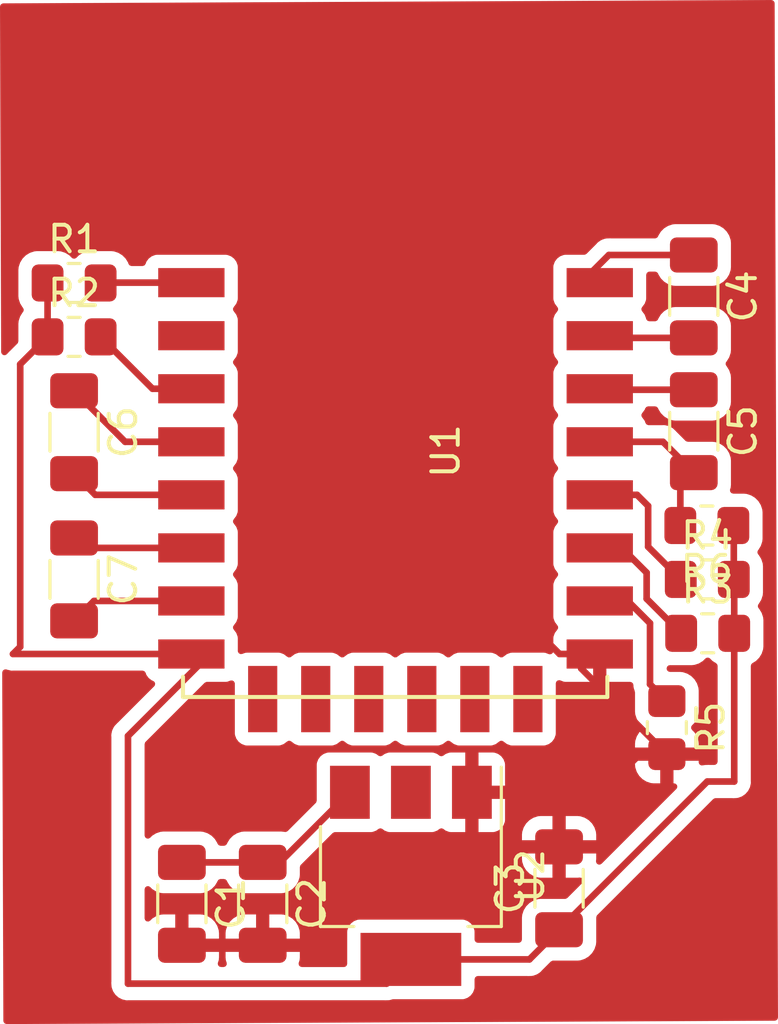
<source format=kicad_pcb>
(kicad_pcb (version 20221018) (generator pcbnew)
  (layers (0 "F.Cu" signal) (31 "B.Cu" signal) (34 "B.Paste" user) (35 "F.Paste" user) (36 "B.SilkS" user "B.Silkscreen") (37 "F.SilkS" user "F.Silkscreen") (38 "B.Mask" user) (39 "F.Mask" user) (44 "Edge.Cuts" user))
  (net 0 "")
  (net 1 "Net-(U2-VI)")
  (net 2 "Net-(U1-VCC)")
  (net 3 "Net-(U1-TXD)")
  (net 4 "Net-(U1-RXD)")
  (net 5 "Net-(U1-GPIO5)")
  (net 6 "Net-(U1-GPIO4)")
  (net 7 "Net-(U1-GPIO16)")
  (net 8 "Net-(U1-GPIO14)")
  (net 9 "Net-(U1-GPIO12)")
  (net 10 "Net-(U1-GPIO13)")
  (net 11 "Net-(U1-REST)")
  (net 12 "Net-(U1-CH_PD)")
  (net 13 "Net-(U1-GPIO2)")
  (net 14 "Net-(U1-GPIO0)")
  (net 15 "Net-(U1-GPIO15)")
  (net 23 "GND")
  (footprint "Capacitor_SMD:C_1206_3216Metric_Pad1.33x1.80mm_HandSolder" (layer "F.Cu") (at 159.512 104.6095 90)
    (fp_text reference "C3" (at 0 -1.85 90) (layer "F.SilkS"))
    (fp_text value "C")
    (fp_line (start -0.711252 -0.91) (end 0.711252 -0.91) (stroke (width 0.12)) (layer "F.SilkS"))
    (fp_line (start -0.711252 0.91) (end 0.711252 0.91) (stroke (width 0.12)) (layer "F.SilkS"))
    (pad "1" smd roundrect (at -1.5625 0 90) (size 1.325 1.8) (layers "F.Cu" "F.Paste" "F.Mask") (roundrect_rratio 0.188679) (net 2 "Net-(U1-VCC)"))
    (pad "2" smd roundrect (at 1.5625 0 90) (size 1.325 1.8) (layers "F.Cu" "F.Paste" "F.Mask") (roundrect_rratio 0.188679) (net 23 "GND"))
  )
  (footprint "Capacitor_SMD:C_1206_3216Metric_Pad1.33x1.80mm_HandSolder" (layer "F.Cu") (at 164.592 87.376 -90)
    (fp_text reference "C5" (at 0 -1.85 90) (layer "F.SilkS"))
    (fp_text value "C")
    (fp_line (start -0.711252 -0.91) (end 0.711252 -0.91) (stroke (width 0.12)) (layer "F.SilkS"))
    (fp_line (start -0.711252 0.91) (end 0.711252 0.91) (stroke (width 0.12)) (layer "F.SilkS"))
    (pad "1" smd roundrect (at -1.5625 0 270) (size 1.325 1.8) (layers "F.Cu" "F.Paste" "F.Mask") (roundrect_rratio 0.188679) (net 5 "Net-(U1-GPIO5)"))
    (pad "2" smd roundrect (at 1.5625 0 270) (size 1.325 1.8) (layers "F.Cu" "F.Paste" "F.Mask") (roundrect_rratio 0.188679) (net 6 "Net-(U1-GPIO4)"))
  )
  (footprint "Resistor_SMD:R_0805_2012Metric_Pad1.20x1.40mm_HandSolder" (layer "F.Cu") (at 165.1 92.964)
    (fp_text reference "R4" (at 0 -1.65) (layer "F.SilkS"))
    (fp_text value "R")
    (fp_line (start -0.227064 -0.735) (end 0.227064 -0.735) (stroke (width 0.12)) (layer "F.SilkS"))
    (fp_line (start -0.227064 0.735) (end 0.227064 0.735) (stroke (width 0.12)) (layer "F.SilkS"))
    (pad "1" smd roundrect (at -1 0) (size 1.2 1.4) (layers "F.Cu" "F.Paste" "F.Mask") (roundrect_rratio 0.208333) (net 14 "Net-(U1-GPIO0)"))
    (pad "2" smd roundrect (at 1 0) (size 1.2 1.4) (layers "F.Cu" "F.Paste" "F.Mask") (roundrect_rratio 0.208333) (net 2 "Net-(U1-VCC)"))
  )
  (footprint "Capacitor_SMD:C_1206_3216Metric_Pad1.33x1.80mm_HandSolder" (layer "F.Cu") (at 164.592 82.296 -90)
    (fp_text reference "C4" (at 0 -1.85 90) (layer "F.SilkS"))
    (fp_text value "C")
    (fp_line (start -0.711252 -0.91) (end 0.711252 -0.91) (stroke (width 0.12)) (layer "F.SilkS"))
    (fp_line (start -0.711252 0.91) (end 0.711252 0.91) (stroke (width 0.12)) (layer "F.SilkS"))
    (pad "1" smd roundrect (at -1.5625 0 270) (size 1.325 1.8) (layers "F.Cu" "F.Paste" "F.Mask") (roundrect_rratio 0.188679) (net 3 "Net-(U1-TXD)"))
    (pad "2" smd roundrect (at 1.5625 0 270) (size 1.325 1.8) (layers "F.Cu" "F.Paste" "F.Mask") (roundrect_rratio 0.188679) (net 4 "Net-(U1-RXD)"))
  )
  (footprint "ESP8266:ESP-12E_SMD" (layer "F.Cu") (at 146.346 81.776)
    (fp_text reference "U1" (at 8.89 6.35 90) (layer "F.SilkS"))
    (fp_text value "ESP-12F" hide)
    (fp_line (start -1.016 14.859) (end -1.016 15.621) (stroke (width 0.1524)) (layer "F.SilkS"))
    (fp_line (start -1.016 15.621) (end 14.986 15.621) (stroke (width 0.1524)) (layer "F.SilkS"))
    (fp_line (start 14.986 15.621) (end 14.986 14.859) (stroke (width 0.1524)) (layer "F.SilkS"))
    (pad "1" smd rect (at 0 0) (size 2.5 1.1) (drill (offset -0.7 0)) (layers "F.Cu" "F.Paste" "F.Mask") (net 11 "Net-(U1-REST)"))
    (pad "2" smd rect (at 0 2) (size 2.5 1.1) (drill (offset -0.7 0)) (layers "F.Cu" "F.Paste" "F.Mask"))
    (pad "3" smd rect (at 0 4) (size 2.5 1.1) (drill (offset -0.7 0)) (layers "F.Cu" "F.Paste" "F.Mask") (net 12 "Net-(U1-CH_PD)"))
    (pad "4" smd rect (at 0 6) (size 2.5 1.1) (drill (offset -0.7 0)) (layers "F.Cu" "F.Paste" "F.Mask") (net 7 "Net-(U1-GPIO16)"))
    (pad "5" smd rect (at 0 8) (size 2.5 1.1) (drill (offset -0.7 0)) (layers "F.Cu" "F.Paste" "F.Mask") (net 8 "Net-(U1-GPIO14)"))
    (pad "6" smd rect (at 0 10) (size 2.5 1.1) (drill (offset -0.7 0)) (layers "F.Cu" "F.Paste" "F.Mask") (net 9 "Net-(U1-GPIO12)"))
    (pad "7" smd rect (at 0 12) (size 2.5 1.1) (drill (offset -0.7 0)) (layers "F.Cu" "F.Paste" "F.Mask") (net 10 "Net-(U1-GPIO13)"))
    (pad "8" smd rect (at 0 14) (size 2.5 1.1) (drill (offset -0.7 0)) (layers "F.Cu" "F.Paste" "F.Mask") (net 2 "Net-(U1-VCC)"))
    (pad "9" smd rect (at 14 14) (size 2.5 1.1) (drill (offset 0.7 0)) (layers "F.Cu" "F.Paste" "F.Mask") (net 23 "GND"))
    (pad "10" smd rect (at 14 12) (size 2.5 1.1) (drill (offset 0.7 0)) (layers "F.Cu" "F.Paste" "F.Mask") (net 15 "Net-(U1-GPIO15)"))
    (pad "11" smd rect (at 14 10) (size 2.5 1.1) (drill (offset 0.7 0)) (layers "F.Cu" "F.Paste" "F.Mask") (net 13 "Net-(U1-GPIO2)"))
    (pad "12" smd rect (at 14 8) (size 2.5 1.1) (drill (offset 0.7 0)) (layers "F.Cu" "F.Paste" "F.Mask") (net 14 "Net-(U1-GPIO0)"))
    (pad "13" smd rect (at 14 6) (size 2.5 1.1) (drill (offset 0.7 0)) (layers "F.Cu" "F.Paste" "F.Mask") (net 6 "Net-(U1-GPIO4)"))
    (pad "14" smd rect (at 14 4) (size 2.5 1.1) (drill (offset 0.7 0)) (layers "F.Cu" "F.Paste" "F.Mask") (net 5 "Net-(U1-GPIO5)"))
    (pad "15" smd rect (at 14 2) (size 2.5 1.1) (drill (offset 0.7 0)) (layers "F.Cu" "F.Paste" "F.Mask") (net 4 "Net-(U1-RXD)"))
    (pad "16" smd rect (at 14 0) (size 2.5 1.1) (drill (offset 0.7 0)) (layers "F.Cu" "F.Paste" "F.Mask") (net 3 "Net-(U1-TXD)"))
    (pad "17" smd rect (at 1.99 15 90) (size 2.5 1.1) (drill (offset -0.7 0)) (layers "F.Cu" "F.Paste" "F.Mask"))
    (pad "18" smd rect (at 3.99 15 90) (size 2.5 1.1) (drill (offset -0.7 0)) (layers "F.Cu" "F.Paste" "F.Mask"))
    (pad "19" smd rect (at 5.99 15 90) (size 2.5 1.1) (drill (offset -0.7 0)) (layers "F.Cu" "F.Paste" "F.Mask"))
    (pad "20" smd rect (at 7.99 15 90) (size 2.5 1.1) (drill (offset -0.7 0)) (layers "F.Cu" "F.Paste" "F.Mask"))
    (pad "21" smd rect (at 9.99 15 90) (size 2.5 1.1) (drill (offset -0.7 0)) (layers "F.Cu" "F.Paste" "F.Mask"))
    (pad "22" smd rect (at 11.99 15 90) (size 2.5 1.1) (drill (offset -0.7 0)) (layers "F.Cu" "F.Paste" "F.Mask"))
  )
  (footprint "Resistor_SMD:R_0805_2012Metric_Pad1.20x1.40mm_HandSolder" (layer "F.Cu") (at 141.224 83.82)
    (fp_text reference "R2" (at 0 -1.65) (layer "F.SilkS"))
    (fp_text value "R")
    (fp_line (start -0.227064 -0.735) (end 0.227064 -0.735) (stroke (width 0.12)) (layer "F.SilkS"))
    (fp_line (start -0.227064 0.735) (end 0.227064 0.735) (stroke (width 0.12)) (layer "F.SilkS"))
    (pad "1" smd roundrect (at -1 0) (size 1.2 1.4) (layers "F.Cu" "F.Paste" "F.Mask") (roundrect_rratio 0.208333) (net 2 "Net-(U1-VCC)"))
    (pad "2" smd roundrect (at 1 0) (size 1.2 1.4) (layers "F.Cu" "F.Paste" "F.Mask") (roundrect_rratio 0.208333) (net 12 "Net-(U1-CH_PD)"))
  )
  (footprint "Capacitor_SMD:C_1206_3216Metric_Pad1.33x1.80mm_HandSolder" (layer "F.Cu") (at 145.288 105.1945 -90)
    (fp_text reference "C1" (at 0 -1.85 90) (layer "F.SilkS"))
    (fp_text value "C")
    (fp_line (start -0.711252 -0.91) (end 0.711252 -0.91) (stroke (width 0.12)) (layer "F.SilkS"))
    (fp_line (start -0.711252 0.91) (end 0.711252 0.91) (stroke (width 0.12)) (layer "F.SilkS"))
    (pad "1" smd roundrect (at -1.5625 0 270) (size 1.325 1.8) (layers "F.Cu" "F.Paste" "F.Mask") (roundrect_rratio 0.188679) (net 1 "Net-(U2-VI)"))
    (pad "2" smd roundrect (at 1.5625 0 270) (size 1.325 1.8) (layers "F.Cu" "F.Paste" "F.Mask") (roundrect_rratio 0.188679) (net 23 "GND"))
  )
  (footprint "Resistor_SMD:R_0805_2012Metric_Pad1.20x1.40mm_HandSolder" (layer "F.Cu") (at 165.084 90.932 180)
    (fp_text reference "R6" (at 0 -1.65) (layer "F.SilkS"))
    (fp_text value "R")
    (fp_line (start -0.227064 -0.735) (end 0.227064 -0.735) (stroke (width 0.12)) (layer "F.SilkS"))
    (fp_line (start -0.227064 0.735) (end 0.227064 0.735) (stroke (width 0.12)) (layer "F.SilkS"))
    (pad "1" smd roundrect (at -1 0 180) (size 1.2 1.4) (layers "F.Cu" "F.Paste" "F.Mask") (roundrect_rratio 0.208333) (net 2 "Net-(U1-VCC)"))
    (pad "2" smd roundrect (at 1 0 180) (size 1.2 1.4) (layers "F.Cu" "F.Paste" "F.Mask") (roundrect_rratio 0.208333) (net 6 "Net-(U1-GPIO4)"))
  )
  (footprint "Resistor_SMD:R_0805_2012Metric_Pad1.20x1.40mm_HandSolder" (layer "F.Cu") (at 165.116 94.996)
    (fp_text reference "R3" (at 0 -1.65) (layer "F.SilkS"))
    (fp_text value "R")
    (fp_line (start -0.227064 -0.735) (end 0.227064 -0.735) (stroke (width 0.12)) (layer "F.SilkS"))
    (fp_line (start -0.227064 0.735) (end 0.227064 0.735) (stroke (width 0.12)) (layer "F.SilkS"))
    (pad "1" smd roundrect (at -1 0) (size 1.2 1.4) (layers "F.Cu" "F.Paste" "F.Mask") (roundrect_rratio 0.208333) (net 13 "Net-(U1-GPIO2)"))
    (pad "2" smd roundrect (at 1 0) (size 1.2 1.4) (layers "F.Cu" "F.Paste" "F.Mask") (roundrect_rratio 0.208333) (net 2 "Net-(U1-VCC)"))
  )
  (footprint "Resistor_SMD:R_0805_2012Metric_Pad1.20x1.40mm_HandSolder" (layer "F.Cu") (at 163.576 98.552 -90)
    (fp_text reference "R5" (at 0 -1.65 90) (layer "F.SilkS"))
    (fp_text value "R")
    (fp_line (start -0.227064 -0.735) (end 0.227064 -0.735) (stroke (width 0.12)) (layer "F.SilkS"))
    (fp_line (start -0.227064 0.735) (end 0.227064 0.735) (stroke (width 0.12)) (layer "F.SilkS"))
    (pad "1" smd roundrect (at -1 0 270) (size 1.2 1.4) (layers "F.Cu" "F.Paste" "F.Mask") (roundrect_rratio 0.208333) (net 15 "Net-(U1-GPIO15)"))
    (pad "2" smd roundrect (at 1 0 270) (size 1.2 1.4) (layers "F.Cu" "F.Paste" "F.Mask") (roundrect_rratio 0.208333) (net 23 "GND"))
  )
  (footprint "Package_TO_SOT_SMD:SOT-223-3_TabPin2" (layer "F.Cu") (at 153.924 104.14 -90)
    (fp_text reference "U2" (at 0 -4.5 90) (layer "F.SilkS"))
    (fp_text value "AMS1117-3.3")
    (fp_line (start -4.1 -3.41) (end 1.91 -3.41) (stroke (width 0.12)) (layer "F.SilkS"))
    (fp_line (start -1.85 3.41) (end 1.91 3.41) (stroke (width 0.12)) (layer "F.SilkS"))
    (fp_line (start 1.91 -3.41) (end 1.91 -2.15) (stroke (width 0.12)) (layer "F.SilkS"))
    (fp_line (start 1.91 3.41) (end 1.91 2.15) (stroke (width 0.12)) (layer "F.SilkS"))
    (pad "1" smd rect (at -3.15 -2.3 270) (size 2 1.5) (layers "F.Cu" "F.Paste" "F.Mask") (net 23 "GND"))
    (pad "2" smd rect (at -3.15 0 270) (size 2 1.5) (layers "F.Cu" "F.Paste" "F.Mask") (net 2 "Net-(U1-VCC)"))
    (pad "2" smd rect (at 3.15 0 270) (size 2 3.8) (layers "F.Cu" "F.Paste" "F.Mask") (net 2 "Net-(U1-VCC)"))
    (pad "3" smd rect (at -3.15 2.3 270) (size 2 1.5) (layers "F.Cu" "F.Paste" "F.Mask") (net 1 "Net-(U2-VI)"))
  )
  (footprint "Capacitor_SMD:C_1206_3216Metric_Pad1.33x1.80mm_HandSolder" (layer "F.Cu") (at 141.224 87.4145 -90)
    (fp_text reference "C6" (at 0 -1.85 90) (layer "F.SilkS"))
    (fp_text value "C")
    (fp_line (start -0.711252 -0.91) (end 0.711252 -0.91) (stroke (width 0.12)) (layer "F.SilkS"))
    (fp_line (start -0.711252 0.91) (end 0.711252 0.91) (stroke (width 0.12)) (layer "F.SilkS"))
    (pad "1" smd roundrect (at -1.5625 0 270) (size 1.325 1.8) (layers "F.Cu" "F.Paste" "F.Mask") (roundrect_rratio 0.188679) (net 7 "Net-(U1-GPIO16)"))
    (pad "2" smd roundrect (at 1.5625 0 270) (size 1.325 1.8) (layers "F.Cu" "F.Paste" "F.Mask") (roundrect_rratio 0.188679) (net 8 "Net-(U1-GPIO14)"))
  )
  (footprint "Resistor_SMD:R_0805_2012Metric_Pad1.20x1.40mm_HandSolder" (layer "F.Cu") (at 141.224 81.788)
    (fp_text reference "R1" (at 0 -1.65) (layer "F.SilkS"))
    (fp_text value "R")
    (fp_line (start -0.227064 -0.735) (end 0.227064 -0.735) (stroke (width 0.12)) (layer "F.SilkS"))
    (fp_line (start -0.227064 0.735) (end 0.227064 0.735) (stroke (width 0.12)) (layer "F.SilkS"))
    (pad "1" smd roundrect (at -1 0) (size 1.2 1.4) (layers "F.Cu" "F.Paste" "F.Mask") (roundrect_rratio 0.208333) (net 2 "Net-(U1-VCC)"))
    (pad "2" smd roundrect (at 1 0) (size 1.2 1.4) (layers "F.Cu" "F.Paste" "F.Mask") (roundrect_rratio 0.208333) (net 11 "Net-(U1-REST)"))
  )
  (footprint "Capacitor_SMD:C_1206_3216Metric_Pad1.33x1.80mm_HandSolder" (layer "F.Cu") (at 141.224 92.964 -90)
    (fp_text reference "C7" (at 0 -1.85 90) (layer "F.SilkS"))
    (fp_text value "C")
    (fp_line (start -0.711252 -0.91) (end 0.711252 -0.91) (stroke (width 0.12)) (layer "F.SilkS"))
    (fp_line (start -0.711252 0.91) (end 0.711252 0.91) (stroke (width 0.12)) (layer "F.SilkS"))
    (pad "1" smd roundrect (at -1.5625 0 270) (size 1.325 1.8) (layers "F.Cu" "F.Paste" "F.Mask") (roundrect_rratio 0.188679) (net 9 "Net-(U1-GPIO12)"))
    (pad "2" smd roundrect (at 1.5625 0 270) (size 1.325 1.8) (layers "F.Cu" "F.Paste" "F.Mask") (roundrect_rratio 0.188679) (net 10 "Net-(U1-GPIO13)"))
  )
  (footprint "Capacitor_SMD:C_1206_3216Metric_Pad1.33x1.80mm_HandSolder" (layer "F.Cu") (at 148.336 105.1945 -90)
    (fp_text reference "C2" (at 0 -1.85 90) (layer "F.SilkS"))
    (fp_text value "C")
    (fp_line (start -0.711252 -0.91) (end 0.711252 -0.91) (stroke (width 0.12)) (layer "F.SilkS"))
    (fp_line (start -0.711252 0.91) (end 0.711252 0.91) (stroke (width 0.12)) (layer "F.SilkS"))
    (pad "1" smd roundrect (at -1.5625 0 270) (size 1.325 1.8) (layers "F.Cu" "F.Paste" "F.Mask") (roundrect_rratio 0.188679) (net 1 "Net-(U2-VI)"))
    (pad "2" smd roundrect (at 1.5625 0 270) (size 1.325 1.8) (layers "F.Cu" "F.Paste" "F.Mask") (roundrect_rratio 0.188679) (net 23 "GND"))
  )
  (segment (start 148.336 103.632) (end 148.982 103.632) (width 0.25) (layer "F.Cu") (net 1))
  (segment (start 148.336 103.632) (end 145.288 103.632) (width 0.25) (layer "F.Cu") (net 1))
  (segment (start 148.982 103.632) (end 151.624 100.99) (width 0.25) (layer "F.Cu") (net 1))
  (segment (start 166.116 92.98) (end 166.1 92.964) (width 0.25) (layer "F.Cu") (net 2))
  (segment (start 165.1 100.584) (end 166.116 100.584) (width 0.25) (layer "F.Cu") (net 2))
  (segment (start 139.192 95.504) (end 139.192 84.852) (width 0.25) (layer "F.Cu") (net 2))
  (segment (start 153.924 107.29) (end 153.01 108.204) (width 0.25) (layer "F.Cu") (net 2))
  (segment (start 138.92 95.776) (end 139.192 95.504) (width 0.25) (layer "F.Cu") (net 2))
  (segment (start 153.01 108.204) (end 143.256 108.204) (width 0.25) (layer "F.Cu") (net 2))
  (segment (start 139.192 84.852) (end 140.224 83.82) (width 0.25) (layer "F.Cu") (net 2))
  (segment (start 159.512 106.172) (end 158.394 107.29) (width 0.25) (layer "F.Cu") (net 2))
  (segment (start 166.1 90.948) (end 166.084 90.932) (width 0.25) (layer "F.Cu") (net 2))
  (segment (start 158.394 107.29) (end 153.924 107.29) (width 0.25) (layer "F.Cu") (net 2))
  (segment (start 166.116 94.996) (end 166.116 100.584) (width 0.25) (layer "F.Cu") (net 2))
  (segment (start 166.116 94.996) (end 166.116 92.98) (width 0.25) (layer "F.Cu") (net 2))
  (segment (start 166.1 92.964) (end 166.1 90.948) (width 0.25) (layer "F.Cu") (net 2))
  (segment (start 140.224 83.82) (end 140.224 81.788) (width 0.25) (layer "F.Cu") (net 2))
  (segment (start 146.346 95.776) (end 138.92 95.776) (width 0.25) (layer "F.Cu") (net 2))
  (segment (start 143.256 108.204) (end 143.256 98.866) (width 0.25) (layer "F.Cu") (net 2))
  (segment (start 143.256 98.866) (end 146.346 95.776) (width 0.25) (layer "F.Cu") (net 2))
  (segment (start 159.512 106.172) (end 165.1 100.584) (width 0.25) (layer "F.Cu") (net 2))
  (segment (start 161.3885 80.7335) (end 160.346 81.776) (width 0.25) (layer "F.Cu") (net 3))
  (segment (start 164.592 80.7335) (end 161.3885 80.7335) (width 0.25) (layer "F.Cu") (net 3))
  (segment (start 160.4285 83.8585) (end 160.346 83.776) (width 0.25) (layer "F.Cu") (net 4))
  (segment (start 164.592 83.8585) (end 160.4285 83.8585) (width 0.25) (layer "F.Cu") (net 4))
  (segment (start 164.592 85.8135) (end 160.3835 85.8135) (width 0.25) (layer "F.Cu") (net 5))
  (segment (start 160.3835 85.8135) (end 160.346 85.776) (width 0.25) (layer "F.Cu") (net 5))
  (segment (start 164.084 90.932) (end 164.084 89.4465) (width 0.25) (layer "F.Cu") (net 6))
  (segment (start 163.4295 87.776) (end 160.346 87.776) (width 0.25) (layer "F.Cu") (net 6))
  (segment (start 164.5985 88.932) (end 164.592 88.9385) (width 0.25) (layer "F.Cu") (net 6))
  (segment (start 164.592 88.9385) (end 163.4295 87.776) (width 0.25) (layer "F.Cu") (net 6))
  (segment (start 164.084 89.4465) (end 164.592 88.9385) (width 0.25) (layer "F.Cu") (net 6))
  (segment (start 143.148 87.776) (end 141.224 85.852) (width 0.25) (layer "F.Cu") (net 7))
  (segment (start 146.346 87.776) (end 143.148 87.776) (width 0.25) (layer "F.Cu") (net 7))
  (segment (start 146.346 89.776) (end 142.023 89.776) (width 0.25) (layer "F.Cu") (net 8))
  (segment (start 142.023 89.776) (end 141.224 88.977) (width 0.25) (layer "F.Cu") (net 8))
  (segment (start 141.5985 91.776) (end 141.224 91.4015) (width 0.25) (layer "F.Cu") (net 9))
  (segment (start 146.346 91.776) (end 141.5985 91.776) (width 0.25) (layer "F.Cu") (net 9))
  (segment (start 146.346 93.776) (end 141.9745 93.776) (width 0.25) (layer "F.Cu") (net 10))
  (segment (start 141.9745 93.776) (end 141.224 94.5265) (width 0.25) (layer "F.Cu") (net 10))
  (segment (start 146.346 81.776) (end 142.236 81.776) (width 0.25) (layer "F.Cu") (net 11))
  (segment (start 142.236 81.776) (end 142.224 81.788) (width 0.25) (layer "F.Cu") (net 11))
  (segment (start 144.18 85.776) (end 142.224 83.82) (width 0.25) (layer "F.Cu") (net 12))
  (segment (start 146.346 85.776) (end 144.18 85.776) (width 0.25) (layer "F.Cu") (net 12))
  (segment (start 161.88 91.776) (end 160.346 91.776) (width 0.25) (layer "F.Cu") (net 13))
  (segment (start 162.814 93.694) (end 162.814 92.71) (width 0.25) (layer "F.Cu") (net 13))
  (segment (start 164.116 94.996) (end 162.814 93.694) (width 0.25) (layer "F.Cu") (net 13))
  (segment (start 162.814 92.71) (end 161.88 91.776) (width 0.25) (layer "F.Cu") (net 13))
  (segment (start 164.1 92.964) (end 162.87 91.734) (width 0.25) (layer "F.Cu") (net 14))
  (segment (start 162.87 91.734) (end 162.87 90.194) (width 0.25) (layer "F.Cu") (net 14))
  (segment (start 162.87 90.194) (end 162.452 89.776) (width 0.25) (layer "F.Cu") (net 14))
  (segment (start 162.452 89.776) (end 160.346 89.776) (width 0.25) (layer "F.Cu") (net 14))
  (segment (start 162.102 93.776) (end 160.346 93.776) (width 0.25) (layer "F.Cu") (net 15))
  (segment (start 162.941 94.615) (end 162.102 93.776) (width 0.25) (layer "F.Cu") (net 15))
  (segment (start 163.576 97.552) (end 162.941 96.917) (width 0.25) (layer "F.Cu") (net 15))
  (segment (start 162.941 96.917) (end 162.941 94.615) (width 0.25) (layer "F.Cu") (net 15))
  (segment (start 148.336 106.757) (end 145.288 106.757) (width 0.25) (layer "F.Cu") (net 23))
  (segment (start 160.346 96.322) (end 160.346 95.776) (width 0.25) (layer "F.Cu") (net 23))
  (segment (start 160.684 101.428) (end 159.512 101.428) (width 0.25) (layer "F.Cu") (net 23))
  (segment (start 150.368 106.757) (end 150.368 104.14) (width 0.25) (layer "F.Cu") (net 23))
  (segment (start 148.336 106.757) (end 150.368 106.757) (width 0.25) (layer "F.Cu") (net 23))
  (segment (start 150.368 104.14) (end 155.448 104.14) (width 0.25) (layer "F.Cu") (net 23))
  (segment (start 156.224 103.364) (end 156.224 100.99) (width 0.25) (layer "F.Cu") (net 23))
  (segment (start 162.56 99.552) (end 160.684 101.428) (width 0.25) (layer "F.Cu") (net 23))
  (segment (start 155.448 104.14) (end 156.224 103.364) (width 0.25) (layer "F.Cu") (net 23))
  (segment (start 159.512 103.047) (end 159.512 101.428) (width 0.25) (layer "F.Cu") (net 23))
  (segment (start 163.576 99.552) (end 160.346 96.322) (width 0.25) (layer "F.Cu") (net 23))
  (segment (start 163.576 99.552) (end 162.56 99.552) (width 0.25) (layer "F.Cu") (net 23))
  (segment (start 159.53 95.776) (end 158.369 94.615) (width 0.25) (layer "F.Cu") (net 23))
  (segment (start 159.512 101.428) (end 159.074 100.99) (width 0.25) (layer "F.Cu") (net 23))
  (segment (start 160.346 95.776) (end 159.53 95.776) (width 0.25) (layer "F.Cu") (net 23))
  (segment (start 156.224 100.99) (end 159.074 100.99) (width 0.25) (layer "F.Cu") (net 23))
  (zone (net 23) (net_name "GND") (layer "F.Cu") (connect_pads (clearance 0.5)) (min_thickness 0.25) (fill yes (thermal_gap 0.5) (thermal_bridge_width 0.5))
    (polygon (pts (xy 138.43 71.247) (xy 138.557 109.728) (xy 167.767 109.601) (xy 167.64 71.12)))
  )
)
</source>
